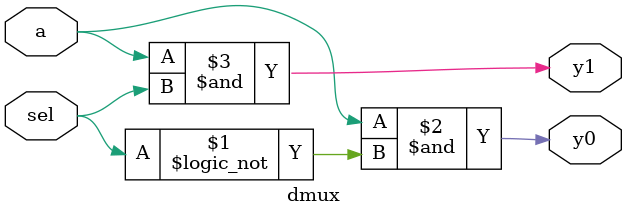
<source format=v>
module dmux(input a, input sel, output y0, output y1);

  assign y0 = a & (!sel);
  assign y1 = a & sel;

endmodule


</source>
